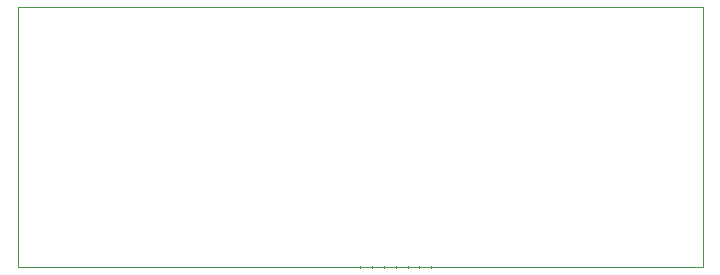
<source format=gbr>
%TF.GenerationSoftware,KiCad,Pcbnew,9.0.0*%
%TF.CreationDate,2025-04-22T14:32:58+01:00*%
%TF.ProjectId,vm_jacdaptor_0.2,766d5f6a-6163-4646-9170-746f725f302e,v0.2*%
%TF.SameCoordinates,PX58b1140PY3fe56c0*%
%TF.FileFunction,Other,User*%
%FSLAX45Y45*%
G04 Gerber Fmt 4.5, Leading zero omitted, Abs format (unit mm)*
G04 Created by KiCad (PCBNEW 9.0.0) date 2025-04-22 14:32:58*
%MOMM*%
%LPD*%
G01*
G04 APERTURE LIST*
%ADD10C,0.100000*%
%ADD11C,0.120000*%
%ADD12C,0.110000*%
%ADD13C,0.170000*%
%ADD14C,0.130000*%
%ADD15C,0.140000*%
%ADD16C,0.280000*%
%ADD17C,0.210000*%
%ADD18C,0.260000*%
%ADD19C,0.230000*%
%ADD20C,0.220000*%
%ADD21C,0.200000*%
%ADD22C,0.240000*%
%ADD23C,0.270000*%
%ADD24C,0.250000*%
G04 APERTURE END LIST*
D10*
X-2900000Y1100000D02*
X2900000Y1100000D01*
X2900000Y-1100000D01*
X-2900000Y-1100000D01*
X-2900000Y1100000D01*
D11*
%TO.C,GS3*%
X-400000Y-1100000D02*
X-400000Y-1100000D01*
D12*
%TO.C,GS1*%
X-100000Y-1100000D02*
X-100000Y-1100000D01*
D13*
%TO.C,GS14*%
X-500000Y-1100000D02*
X-500000Y-1100000D01*
D14*
%TO.C,GS2*%
X700000Y-1100000D02*
X700000Y-1100000D01*
D15*
%TO.C,GS13*%
X-600000Y-1100000D02*
X-600000Y-1100000D01*
D16*
%TO.C,GS12*%
X600000Y-1100000D02*
X600000Y-1100000D01*
D17*
%TO.C,GS5*%
X-200000Y-1100000D02*
X-200000Y-1100000D01*
D18*
%TO.C,GS10*%
X400000Y-1100000D02*
X400000Y-1100000D01*
D19*
%TO.C,GS7*%
X100000Y-1100000D02*
X100000Y-1100000D01*
D20*
%TO.C,GS6*%
X0Y-1100000D02*
X0Y-1100000D01*
D21*
%TO.C,GS4*%
X-300000Y-1100000D02*
X-300000Y-1100000D01*
D22*
%TO.C,GS8*%
X200000Y-1100000D02*
X200000Y-1100000D01*
D23*
%TO.C,GS11*%
X500000Y-1100000D02*
X500000Y-1100000D01*
D24*
%TO.C,GS9*%
X300000Y-1100000D02*
X300000Y-1100000D01*
%TD*%
M02*

</source>
